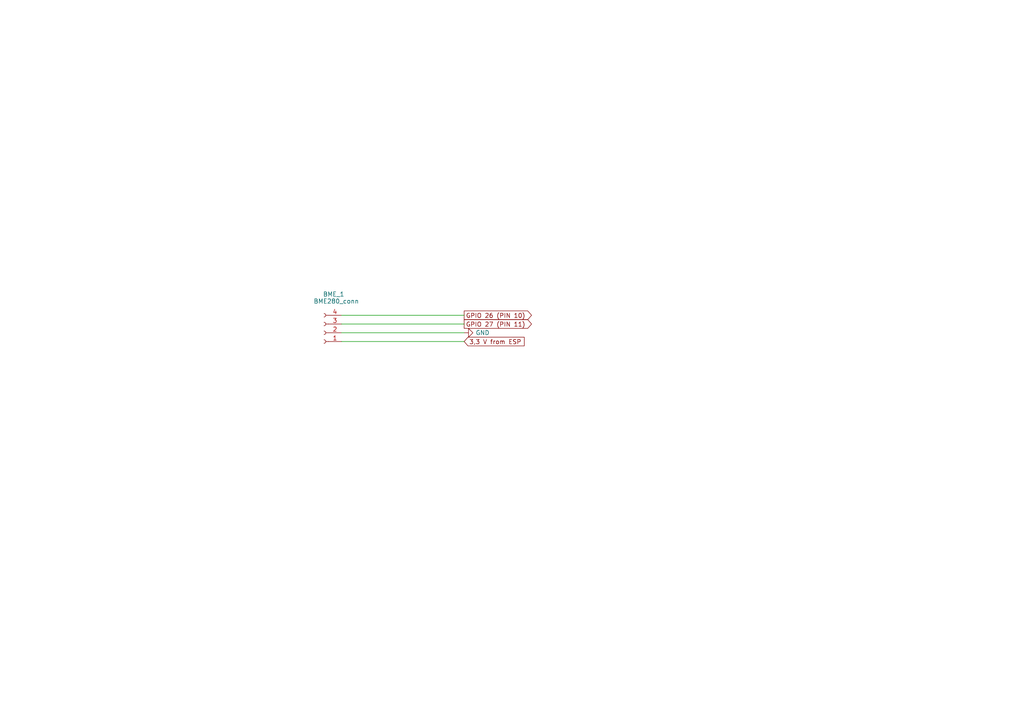
<source format=kicad_sch>
(kicad_sch (version 20250114) (generator "eeschema") (generator_version "9.0")
  (paper "A4")
  (title_block (title "I2C Expansion port for BME_280") (comment 1 "Subsheet Brake Out Borad") (comment 2 "(c) Norbert Schechner"))
  (lib_symbols
    (symbol "Connector:Conn_01x04_Socket" (pin_names (offset 1.016) (hide yes))
      (property "Reference" "J" (at 0 5.08 0))
      (property "Value" "Conn_01x04_Socket" (at 0 -7.62 0))
      (symbol "Conn_01x04_Socket_1_1"
        (polyline (pts (xy -1.27 2.54) (xy -0.508 2.54)) (stroke (width 0.1524)))
        (polyline (pts (xy -1.27 0) (xy -0.508 0)) (stroke (width 0.1524)))
        (polyline (pts (xy -1.27 -2.54) (xy -0.508 -2.54)) (stroke (width 0.1524)))
        (polyline (pts (xy -1.27 -5.08) (xy -0.508 -5.08)) (stroke (width 0.1524)))
        (arc (start 0 2.032) (mid -0.5058 2.54) (end 0 3.048) (stroke (width 0.1524)))
        (arc (start 0 -0.508) (mid -0.5058 0) (end 0 0.508) (stroke (width 0.1524)))
        (arc (start 0 -3.048) (mid -0.5058 -2.54) (end 0 -2.032) (stroke (width 0.1524)))
        (arc (start 0 -5.588) (mid -0.5058 -5.08) (end 0 -4.572) (stroke (width 0.1524)))
        (pin passive line (at -5.08 2.54 0) (length 3.81) (name "Pin_1") (number "1"))
        (pin passive line (at -5.08 0 0) (length 3.81) (name "Pin_2") (number "2"))
        (pin passive line (at -5.08 -2.54 0) (length 3.81) (name "Pin_3") (number "3"))
        (pin passive line (at -5.08 -5.08 0) (length 3.81) (name "Pin_4") (number "4"))
      )
    )
    (symbol "power:GND" (power) (pin_numbers (hide yes)) (pin_names (offset 0) (hide yes))
      (property "Value" "GND" (at 0 -3.81 0))
      (symbol "GND_0_1"
        (polyline (pts (xy 0 0) (xy 0 -1.27) (xy 1.27 -1.27) (xy 0 -2.54) (xy -1.27 -1.27) (xy 0 -1.27)))
      )
      (symbol "GND_1_1"
        (pin power_in line (at 0 0 270) (length 0) (name "~") (number "1"))
      )
    )
  )
  (wire (pts (xy 99.06 96.52) (xy 134.62 96.52)))
  (wire (pts (xy 99.06 91.44) (xy 134.62 91.44)))
  (wire (pts (xy 99.06 93.98) (xy 134.62 93.98)))
  (wire (pts (xy 99.06 99.06) (xy 134.62 99.06)))
  (global_label "GPIO 27 (PIN 11)" (shape output) (at 134.62 93.98 0) (property "Intersheetrefs" "${INTERSHEET_REFS}" (at 154.72 93.98 0) (effects (justify left))))
  (global_label "3,3 V from ESP" (shape input) (at 134.62 99.06 0) (property "Intersheetrefs" "${INTERSHEET_REFS}" (at 152.6031 99.06 0) (effects (justify left))))
  (global_label "GPIO 26 (PIN 10)" (shape output) (at 134.62 91.44 0) (property "Intersheetrefs" "${INTERSHEET_REFS}" (at 154.72 91.44 0) (effects (justify left))))
  (symbol (lib_id "power:GND") (at 134.62 96.52 90) (unit 1)
    (property "Reference" "#PWR17" (effects (hide yes)))
    (property "Value" "GND" (at 137.922 96.52 90) (effects (justify right)))
    (property "Description" "Power symbol creates a global label with name \"GND\" , ground" (effects (hide yes)))
  )
  (symbol (lib_id "Connector:Conn_01x04_Socket") (at 93.98 96.52 180) (unit 1)
    (property "Reference" "BME_1" (at 96.774 85.344 0))
    (property "Value" "BME280_conn" (at 97.536 87.376 0))
    (property "Footprint" "Connector_PinSocket_2.54mm:PinSocket_1x04_P2.54mm_Vertical" (effects (hide yes)))
    (property "Description" "Generic connector, single row, 01x04, script generated" (effects (hide yes)))
  )
)
</source>
